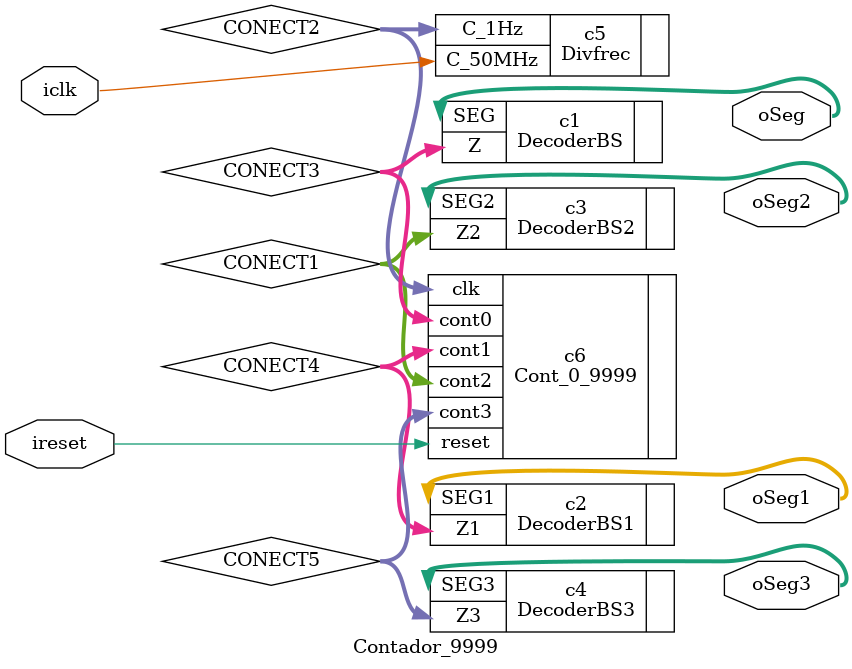
<source format=v>
module Contador_9999(
	input iclk,
	input ireset,
	output [6:0] oSeg,oSeg1,oSeg2,oSeg3
	);

wire [3:0]fucion;
wire [3:0]CONECT1;
wire [3:0]CONECT2;
wire [3:0]CONECT3;
wire [3:0]CONECT4;
wire [3:0]CONECT5;

DecoderBS c1(
	.Z(CONECT3),
	.SEG(oSeg)
);

DecoderBS1 c2(
	.Z1(CONECT4),
	.SEG1(oSeg1)
);

DecoderBS2 c3(
	.Z2(CONECT1),
	.SEG2(oSeg2)
);

DecoderBS3 c4(
	.Z3(CONECT5),
	.SEG3(oSeg3)
);

Divfrec c5(
	.C_50MHz(iclk),
	.C_1Hz(CONECT2)
);

Cont_0_9999 c6(
	.clk(CONECT2),
	.reset(ireset),
	.cont0(CONECT3),
	.cont1(CONECT4),
	.cont2(CONECT1),
	.cont3(CONECT5)
);
endmodule 
</source>
